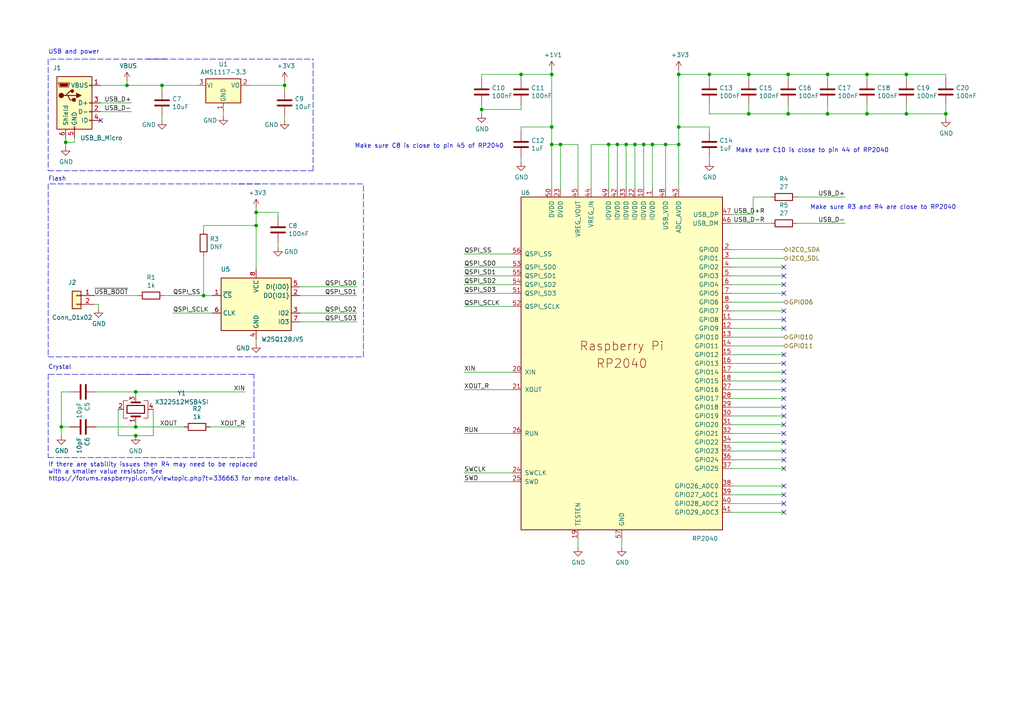
<source format=kicad_sch>
(kicad_sch (version 20211123) (generator eeschema)
  (paper "A4")
  (title_block (title "Collins FMS 3000") (date "2022-11-02") (comment 1 "neile@live.com") (comment 2 "Neil Enns"))
  (lib_symbols
    (symbol "Connector:USB_B_Micro" (pin_names (offset 1.016))
      (property "Reference" "J" (at -5.08 11.43 0))
      (property "Value" "USB_B_Micro" (at -5.08 8.89 0))
      (symbol "USB_B_Micro_0_1"
        (rectangle (start -5.08 -7.62) (end 5.08 7.62) (stroke (width 0.254)) (fill (type background)))
        (circle (center -3.81 2.159) (radius 0.635) (stroke (width 0.254)) (fill (type outline)))
        (circle (center -0.635 3.429) (radius 0.381) (stroke (width 0.254)) (fill (type outline)))
        (rectangle (start -0.127 -7.62) (end 0.127 -6.858))
        (polyline (pts (xy -1.905 2.159) (xy 0.635 2.159)) (stroke (width 0.254)))
        (polyline (pts (xy -3.175 2.159) (xy -2.54 2.159) (xy -1.27 3.429) (xy -0.635 3.429)) (stroke (width 0.254)))
        (polyline (pts (xy -2.54 2.159) (xy -1.905 2.159) (xy -1.27 0.889) (xy 0 0.889)) (stroke (width 0.254)))
        (polyline (pts (xy 0.635 2.794) (xy 0.635 1.524) (xy 1.905 2.159) (xy 0.635 2.794)) (stroke (width 0.254)) (fill (type outline)))
        (polyline (pts (xy -4.318 5.588) (xy -1.778 5.588) (xy -2.032 4.826) (xy -4.064 4.826) (xy -4.318 5.588)) (fill (type outline)))
        (polyline (pts (xy -4.699 5.842) (xy -4.699 5.588) (xy -4.445 4.826) (xy -4.445 4.572) (xy -1.651 4.572) (xy -1.651 4.826) (xy -1.397 5.588) (xy -1.397 5.842) (xy -4.699 5.842)))
        (rectangle (start 0.254 1.27) (end -0.508 0.508) (stroke (width 0.254)) (fill (type outline)))
        (rectangle (start 5.08 -5.207) (end 4.318 -4.953))
        (rectangle (start 5.08 -2.667) (end 4.318 -2.413))
        (rectangle (start 5.08 -0.127) (end 4.318 0.127))
        (rectangle (start 5.08 4.953) (end 4.318 5.207))
      )
      (symbol "USB_B_Micro_1_1"
        (pin power_out line (at 7.62 5.08 180) (length 2.54) (name "VBUS") (number "1"))
        (pin bidirectional line (at 7.62 -2.54 180) (length 2.54) (name "D-") (number "2"))
        (pin bidirectional line (at 7.62 0 180) (length 2.54) (name "D+") (number "3"))
        (pin passive line (at 7.62 -5.08 180) (length 2.54) (name "ID") (number "4"))
        (pin power_out line (at 0 -10.16 90) (length 2.54) (name "GND") (number "5"))
        (pin passive line (at -2.54 -10.16 90) (length 2.54) (name "Shield") (number "6"))
      )
    )
    (symbol "Connector_Generic:Conn_01x02" (pin_names (offset 1.016) hide)
      (property "Reference" "J" (at 0 2.54 0))
      (property "Value" "Conn_01x02" (at 0 -5.08 0))
      (symbol "Conn_01x02_1_1"
        (rectangle (start -1.27 -2.413) (end 0 -2.667) (stroke (width 0.1524)))
        (rectangle (start -1.27 0.127) (end 0 -0.127) (stroke (width 0.1524)))
        (rectangle (start -1.27 1.27) (end 1.27 -3.81) (stroke (width 0.254)) (fill (type background)))
        (pin passive line (at -5.08 0 0) (length 3.81) (name "Pin_1") (number "1"))
        (pin passive line (at -5.08 -2.54 0) (length 3.81) (name "Pin_2") (number "2"))
      )
    )
    (symbol "Device:C" (pin_numbers hide) (pin_names (offset 0.254))
      (property "Reference" "C" (at 0.635 2.54 0))
      (property "Value" "C" (at 0.635 -2.54 0))
      (symbol "C_0_1"
        (polyline (pts (xy -2.032 -0.762) (xy 2.032 -0.762)) (stroke (width 0.508)))
        (polyline (pts (xy -2.032 0.762) (xy 2.032 0.762)) (stroke (width 0.508)))
      )
      (symbol "C_1_1"
        (pin passive line (at 0 3.81 270) (length 2.794) (name "~") (number "1"))
        (pin passive line (at 0 -3.81 90) (length 2.794) (name "~") (number "2"))
      )
    )
    (symbol "Device:Crystal_GND24" (pin_names (offset 1.016) hide)
      (property "Reference" "Y" (at 3.175 5.08 0))
      (property "Value" "Crystal_GND24" (at 3.175 3.175 0))
      (symbol "Crystal_GND24_0_1"
        (rectangle (start -1.143 2.54) (end 1.143 -2.54) (stroke (width 0.3048)))
        (polyline (pts (xy -2.54 0) (xy -2.032 0)))
        (polyline (pts (xy -2.032 -1.27) (xy -2.032 1.27)) (stroke (width 0.508)))
        (polyline (pts (xy 0 -3.81) (xy 0 -3.556)))
        (polyline (pts (xy 0 3.556) (xy 0 3.81)))
        (polyline (pts (xy 2.032 -1.27) (xy 2.032 1.27)) (stroke (width 0.508)))
        (polyline (pts (xy 2.032 0) (xy 2.54 0)))
        (polyline (pts (xy -2.54 -2.286) (xy -2.54 -3.556) (xy 2.54 -3.556) (xy 2.54 -2.286)))
        (polyline (pts (xy -2.54 2.286) (xy -2.54 3.556) (xy 2.54 3.556) (xy 2.54 2.286)))
      )
      (symbol "Crystal_GND24_1_1"
        (pin passive line (at -3.81 0 0) (length 1.27) (name "1") (number "1"))
        (pin passive line (at 0 5.08 270) (length 1.27) (name "2") (number "2"))
        (pin passive line (at 3.81 0 180) (length 1.27) (name "3") (number "3"))
        (pin passive line (at 0 -5.08 90) (length 1.27) (name "4") (number "4"))
      )
    )
    (symbol "Device:R" (pin_numbers hide) (pin_names (offset 0))
      (property "Reference" "R" (at 2.032 0 90))
      (property "Value" "R" (at 0 0 90))
      (symbol "R_0_1"
        (rectangle (start -1.016 -2.54) (end 1.016 2.54) (stroke (width 0.254)))
      )
      (symbol "R_1_1"
        (pin passive line (at 0 3.81 270) (length 1.27) (name "~") (number "1"))
        (pin passive line (at 0 -3.81 90) (length 1.27) (name "~") (number "2"))
      )
    )
    (symbol "MCU_RaspberryPi_RP2040:RP2040" (pin_names (offset 1.016))
      (property "Reference" "U" (at -29.21 49.53 0))
      (property "Value" "RP2040" (at 24.13 -49.53 0))
      (symbol "RP2040_0_0"
        (text "Raspberry Pi" (at 0 5.08 0) (effects (font (size 2.54 2.54))))
        (text "RP2040" (at 0 0 0) (effects (font (size 2.54 2.54))))
      )
      (symbol "RP2040_0_1"
        (rectangle (start 29.21 48.26) (end -29.21 -48.26) (stroke (width 0.254)) (fill (type background)))
      )
      (symbol "RP2040_1_1"
        (pin power_in line (at 8.89 50.8 270) (length 2.54) (name "IOVDD") (number "1"))
        (pin power_in line (at 6.35 50.8 270) (length 2.54) (name "IOVDD") (number "10"))
        (pin bidirectional line (at 31.75 12.7 180) (length 2.54) (name "GPIO8") (number "11"))
        (pin bidirectional line (at 31.75 10.16 180) (length 2.54) (name "GPIO9") (number "12"))
        (pin bidirectional line (at 31.75 7.62 180) (length 2.54) (name "GPIO10") (number "13"))
        (pin bidirectional line (at 31.75 5.08 180) (length 2.54) (name "GPIO11") (number "14"))
        (pin bidirectional line (at 31.75 2.54 180) (length 2.54) (name "GPIO12") (number "15"))
        (pin bidirectional line (at 31.75 0 180) (length 2.54) (name "GPIO13") (number "16"))
        (pin bidirectional line (at 31.75 -2.54 180) (length 2.54) (name "GPIO14") (number "17"))
        (pin bidirectional line (at 31.75 -5.08 180) (length 2.54) (name "GPIO15") (number "18"))
        (pin passive line (at -12.7 -50.8 90) (length 2.54) (name "TESTEN") (number "19"))
        (pin bidirectional line (at 31.75 33.02 180) (length 2.54) (name "GPIO0") (number "2"))
        (pin input line (at -31.75 -2.54 0) (length 2.54) (name "XIN") (number "20"))
        (pin passive line (at -31.75 -7.62 0) (length 2.54) (name "XOUT") (number "21"))
        (pin power_in line (at 3.81 50.8 270) (length 2.54) (name "IOVDD") (number "22"))
        (pin power_in line (at -17.78 50.8 270) (length 2.54) (name "DVDD") (number "23"))
        (pin output line (at -31.75 -31.75 0) (length 2.54) (name "SWCLK") (number "24"))
        (pin bidirectional line (at -31.75 -34.29 0) (length 2.54) (name "SWD") (number "25"))
        (pin input line (at -31.75 -20.32 0) (length 2.54) (name "RUN") (number "26"))
        (pin bidirectional line (at 31.75 -7.62 180) (length 2.54) (name "GPIO16") (number "27"))
        (pin bidirectional line (at 31.75 -10.16 180) (length 2.54) (name "GPIO17") (number "28"))
        (pin bidirectional line (at 31.75 -12.7 180) (length 2.54) (name "GPIO18") (number "29"))
        (pin bidirectional line (at 31.75 30.48 180) (length 2.54) (name "GPIO1") (number "3"))
        (pin bidirectional line (at 31.75 -15.24 180) (length 2.54) (name "GPIO19") (number "30"))
        (pin bidirectional line (at 31.75 -17.78 180) (length 2.54) (name "GPIO20") (number "31"))
        (pin bidirectional line (at 31.75 -20.32 180) (length 2.54) (name "GPIO21") (number "32"))
        (pin power_in line (at 1.27 50.8 270) (length 2.54) (name "IOVDD") (number "33"))
        (pin bidirectional line (at 31.75 -22.86 180) (length 2.54) (name "GPIO22") (number "34"))
        (pin bidirectional line (at 31.75 -25.4 180) (length 2.54) (name "GPIO23") (number "35"))
        (pin bidirectional line (at 31.75 -27.94 180) (length 2.54) (name "GPIO24") (number "36"))
        (pin bidirectional line (at 31.75 -30.48 180) (length 2.54) (name "GPIO25") (number "37"))
        (pin bidirectional line (at 31.75 -35.56 180) (length 2.54) (name "GPIO26_ADC0") (number "38"))
        (pin bidirectional line (at 31.75 -38.1 180) (length 2.54) (name "GPIO27_ADC1") (number "39"))
        (pin bidirectional line (at 31.75 27.94 180) (length 2.54) (name "GPIO2") (number "4"))
        (pin bidirectional line (at 31.75 -40.64 180) (length 2.54) (name "GPIO28_ADC2") (number "40"))
        (pin bidirectional line (at 31.75 -43.18 180) (length 2.54) (name "GPIO29_ADC3") (number "41"))
        (pin power_in line (at -1.27 50.8 270) (length 2.54) (name "IOVDD") (number "42"))
        (pin power_in line (at 16.51 50.8 270) (length 2.54) (name "ADC_AVDD") (number "43"))
        (pin power_in line (at -8.89 50.8 270) (length 2.54) (name "VREG_IN") (number "44"))
        (pin power_out line (at -12.7 50.8 270) (length 2.54) (name "VREG_VOUT") (number "45"))
        (pin bidirectional line (at 31.75 40.64 180) (length 2.54) (name "USB_DM") (number "46"))
        (pin bidirectional line (at 31.75 43.18 180) (length 2.54) (name "USB_DP") (number "47"))
        (pin power_in line (at 12.7 50.8 270) (length 2.54) (name "USB_VDD") (number "48"))
        (pin power_in line (at -3.81 50.8 270) (length 2.54) (name "IOVDD") (number "49"))
        (pin bidirectional line (at 31.75 25.4 180) (length 2.54) (name "GPIO3") (number "5"))
        (pin power_in line (at -20.32 50.8 270) (length 2.54) (name "DVDD") (number "50"))
        (pin bidirectional line (at -31.75 20.32 0) (length 2.54) (name "QSPI_SD3") (number "51"))
        (pin output line (at -31.75 16.51 0) (length 2.54) (name "QSPI_SCLK") (number "52"))
        (pin bidirectional line (at -31.75 27.94 0) (length 2.54) (name "QSPI_SD0") (number "53"))
        (pin bidirectional line (at -31.75 22.86 0) (length 2.54) (name "QSPI_SD2") (number "54"))
        (pin bidirectional line (at -31.75 25.4 0) (length 2.54) (name "QSPI_SD1") (number "55"))
        (pin bidirectional line (at -31.75 31.75 0) (length 2.54) (name "QSPI_SS") (number "56"))
        (pin power_in line (at 0 -50.8 90) (length 2.54) (name "GND") (number "57"))
        (pin bidirectional line (at 31.75 22.86 180) (length 2.54) (name "GPIO4") (number "6"))
        (pin bidirectional line (at 31.75 20.32 180) (length 2.54) (name "GPIO5") (number "7"))
        (pin bidirectional line (at 31.75 17.78 180) (length 2.54) (name "GPIO6") (number "8"))
        (pin bidirectional line (at 31.75 15.24 180) (length 2.54) (name "GPIO7") (number "9"))
      )
    )
    (symbol "Memory_Flash:W25Q128JVS"
      (property "Reference" "U" (at -8.89 8.89 0))
      (property "Value" "W25Q128JVS" (at 7.62 8.89 0))
      (symbol "W25Q128JVS_0_1"
        (rectangle (start -10.16 7.62) (end 10.16 -7.62) (stroke (width 0.254)) (fill (type background)))
      )
      (symbol "W25Q128JVS_1_1"
        (pin input line (at -12.7 2.54 0) (length 2.54) (name "~{CS}") (number "1"))
        (pin bidirectional line (at 12.7 2.54 180) (length 2.54) (name "DO(IO1)") (number "2"))
        (pin bidirectional line (at 12.7 -2.54 180) (length 2.54) (name "IO2") (number "3"))
        (pin power_in line (at 0 -10.16 90) (length 2.54) (name "GND") (number "4"))
        (pin bidirectional line (at 12.7 5.08 180) (length 2.54) (name "DI(IO0)") (number "5"))
        (pin input line (at -12.7 -2.54 0) (length 2.54) (name "CLK") (number "6"))
        (pin bidirectional line (at 12.7 -5.08 180) (length 2.54) (name "IO3") (number "7"))
        (pin power_in line (at 0 10.16 270) (length 2.54) (name "VCC") (number "8"))
      )
    )
    (symbol "Regulator_Linear:NCP1117-3.3_SOT223" (pin_names (offset 0.254))
      (property "Reference" "U" (at -3.81 3.175 0))
      (property "Value" "NCP1117-3.3_SOT223" (at 0 3.175 0))
      (symbol "NCP1117-3.3_SOT223_0_1"
        (rectangle (start -5.08 -5.08) (end 5.08 1.905) (stroke (width 0.254)) (fill (type background)))
      )
      (symbol "NCP1117-3.3_SOT223_1_1"
        (pin power_in line (at 0 -7.62 90) (length 2.54) (name "GND") (number "1"))
        (pin power_out line (at 7.62 0 180) (length 2.54) (name "VO") (number "2"))
        (pin power_in line (at -7.62 0 0) (length 2.54) (name "VI") (number "3"))
      )
    )
    (symbol "power:+1V1" (power) (pin_names (offset 0))
      (property "Value" "+1V1" (at 0 3.556 0))
      (symbol "+1V1_0_1"
        (polyline (pts (xy -0.762 1.27) (xy 0 2.54)))
        (polyline (pts (xy 0 0) (xy 0 2.54)))
        (polyline (pts (xy 0 2.54) (xy 0.762 1.27)))
      )
      (symbol "+1V1_1_1"
        (pin power_in line (at 0 0 90) (length 0) hide (name "+1V1") (number "1"))
      )
    )
    (symbol "power:+3V3" (power) (pin_names (offset 0))
      (property "Value" "+3V3" (at 0 3.556 0))
      (symbol "+3V3_0_1"
        (polyline (pts (xy -0.762 1.27) (xy 0 2.54)))
        (polyline (pts (xy 0 0) (xy 0 2.54)))
        (polyline (pts (xy 0 2.54) (xy 0.762 1.27)))
      )
      (symbol "+3V3_1_1"
        (pin power_in line (at 0 0 90) (length 0) hide (name "+3V3") (number "1"))
      )
    )
    (symbol "power:GND" (power) (pin_names (offset 0))
      (property "Value" "GND" (at 0 -3.81 0))
      (symbol "GND_0_1"
        (polyline (pts (xy 0 0) (xy 0 -1.27) (xy 1.27 -1.27) (xy 0 -2.54) (xy -1.27 -1.27) (xy 0 -1.27)))
      )
      (symbol "GND_1_1"
        (pin power_in line (at 0 0 270) (length 0) hide (name "GND") (number "1"))
      )
    )
    (symbol "power:VBUS" (power) (pin_names (offset 0))
      (property "Value" "VBUS" (at 0 3.81 0))
      (symbol "VBUS_0_1"
        (polyline (pts (xy -0.762 1.27) (xy 0 2.54)))
        (polyline (pts (xy 0 0) (xy 0 2.54)))
        (polyline (pts (xy 0 2.54) (xy 0.762 1.27)))
      )
      (symbol "VBUS_1_1"
        (pin power_in line (at 0 0 90) (length 0) hide (name "VBUS") (number "1"))
      )
    )
  )
  (junction (at 179.07 41.91))
  (junction (at 228.6 33.02))
  (junction (at 186.69 41.91))
  (junction (at 196.85 41.91))
  (junction (at 17.78 123.825))
  (junction (at 39.37 126.365))
  (junction (at 74.295 65.405))
  (junction (at 205.74 21.59))
  (junction (at 196.85 21.59))
  (junction (at 19.05 41.275))
  (junction (at 82.55 24.765))
  (junction (at 217.17 21.59))
  (junction (at 139.7 31.75))
  (junction (at 151.13 21.59))
  (junction (at 36.83 24.765))
  (junction (at 39.37 113.665))
  (junction (at 39.37 123.825))
  (junction (at 160.02 41.91))
  (junction (at 184.15 41.91))
  (junction (at 162.56 41.91))
  (junction (at 193.04 41.91))
  (junction (at 262.89 33.02))
  (junction (at 59.055 85.725))
  (junction (at 189.23 41.91))
  (junction (at 160.02 36.83))
  (junction (at 176.53 41.91))
  (junction (at 240.03 33.02))
  (junction (at 160.02 21.59))
  (junction (at 217.17 33.02))
  (junction (at 240.03 21.59))
  (junction (at 228.6 21.59))
  (junction (at 181.61 41.91))
  (junction (at 46.99 24.765))
  (junction (at 74.295 61.595))
  (junction (at 274.32 33.02))
  (junction (at 262.89 21.59))
  (junction (at 251.46 21.59))
  (junction (at 196.85 36.83))
  (junction (at 251.46 33.02))
  (no_connect (at 227.33 107.95))
  (no_connect (at 227.33 90.17))
  (no_connect (at 227.33 95.25))
  (no_connect (at 227.33 135.89))
  (no_connect (at 227.33 128.27))
  (no_connect (at 227.33 118.11))
  (no_connect (at 227.33 77.47))
  (no_connect (at 227.33 140.97))
  (no_connect (at 227.33 113.03))
  (no_connect (at 227.33 130.81))
  (no_connect (at 227.33 143.51))
  (no_connect (at 227.33 110.49))
  (no_connect (at 227.33 120.65))
  (no_connect (at 227.33 115.57))
  (no_connect (at 29.21 34.925))
  (no_connect (at 227.33 133.35))
  (no_connect (at 227.33 148.59))
  (no_connect (at 227.33 123.19))
  (no_connect (at 227.33 105.41))
  (no_connect (at 227.33 80.01))
  (no_connect (at 227.33 92.71))
  (no_connect (at 227.33 82.55))
  (no_connect (at 227.33 85.09))
  (no_connect (at 227.33 102.87))
  (no_connect (at 227.33 125.73))
  (no_connect (at 227.33 146.05))
  (wire (pts (xy 231.14 57.15) (xy 245.11 57.15)))
  (wire (pts (xy 134.62 82.55) (xy 148.59 82.55)))
  (wire (pts (xy 74.295 65.405) (xy 74.295 78.105)))
  (wire (pts (xy 262.89 22.86) (xy 262.89 21.59)))
  (wire (pts (xy 251.46 30.48) (xy 251.46 33.02)))
  (wire (pts (xy 179.07 54.61) (xy 179.07 41.91)))
  (wire (pts (xy 46.99 26.035) (xy 46.99 24.765)))
  (wire (pts (xy 148.59 139.7) (xy 134.62 139.7)))
  (wire (pts (xy 212.09 62.23) (xy 218.44 62.23)))
  (wire (pts (xy 205.74 22.86) (xy 205.74 21.59)))
  (wire (pts (xy 162.56 54.61) (xy 162.56 41.91)))
  (polyline (pts (xy 13.97 49.53) (xy 90.805 49.53)))
  (wire (pts (xy 39.37 123.825) (xy 53.34 123.825)))
  (wire (pts (xy 82.55 24.765) (xy 82.55 23.495)))
  (polyline (pts (xy 13.97 53.34) (xy 13.97 103.505)))
  (wire (pts (xy 44.45 126.365) (xy 39.37 126.365)))
  (wire (pts (xy 212.09 120.65) (xy 227.33 120.65)))
  (wire (pts (xy 148.59 73.66) (xy 134.62 73.66)))
  (wire (pts (xy 72.39 24.765) (xy 82.55 24.765)))
  (wire (pts (xy 74.295 61.595) (xy 74.295 65.405)))
  (wire (pts (xy 218.44 57.15) (xy 218.44 62.23)))
  (polyline (pts (xy 48.26 17.145) (xy 13.97 17.145)))
  (wire (pts (xy 196.85 20.32) (xy 196.85 21.59)))
  (wire (pts (xy 251.46 33.02) (xy 240.03 33.02)))
  (wire (pts (xy 86.995 83.185) (xy 103.505 83.185)))
  (wire (pts (xy 27.94 123.825) (xy 39.37 123.825)))
  (wire (pts (xy 160.02 21.59) (xy 160.02 36.83)))
  (wire (pts (xy 27.94 113.665) (xy 39.37 113.665)))
  (wire (pts (xy 46.99 33.655) (xy 46.99 34.925)))
  (wire (pts (xy 17.78 123.825) (xy 17.78 126.365)))
  (wire (pts (xy 205.74 21.59) (xy 217.17 21.59)))
  (wire (pts (xy 139.7 22.86) (xy 139.7 21.59)))
  (wire (pts (xy 167.64 156.21) (xy 167.64 158.75)))
  (wire (pts (xy 134.62 107.95) (xy 148.59 107.95)))
  (wire (pts (xy 59.055 85.725) (xy 61.595 85.725)))
  (wire (pts (xy 148.59 137.16) (xy 134.62 137.16)))
  (wire (pts (xy 240.03 22.86) (xy 240.03 21.59)))
  (wire (pts (xy 151.13 45.72) (xy 151.13 46.99)))
  (wire (pts (xy 160.02 36.83) (xy 160.02 41.91)))
  (polyline (pts (xy 73.66 132.715) (xy 73.66 108.585)))
  (polyline (pts (xy 42.545 17.145) (xy 90.805 17.145)))
  (wire (pts (xy 262.89 30.48) (xy 262.89 33.02)))
  (wire (pts (xy 212.09 130.81) (xy 227.33 130.81)))
  (wire (pts (xy 240.03 21.59) (xy 251.46 21.59)))
  (wire (pts (xy 74.295 98.425) (xy 74.295 99.695)))
  (wire (pts (xy 212.09 102.87) (xy 227.33 102.87)))
  (polyline (pts (xy 75.565 53.34) (xy 13.97 53.34)))
  (wire (pts (xy 218.44 57.15) (xy 223.52 57.15)))
  (wire (pts (xy 47.625 85.725) (xy 59.055 85.725)))
  (wire (pts (xy 60.96 123.825) (xy 71.12 123.825)))
  (wire (pts (xy 21.59 41.275) (xy 19.05 41.275)))
  (wire (pts (xy 212.09 74.93) (xy 227.33 74.93)))
  (wire (pts (xy 212.09 97.79) (xy 227.33 97.79)))
  (wire (pts (xy 196.85 21.59) (xy 196.85 36.83)))
  (wire (pts (xy 181.61 41.91) (xy 184.15 41.91)))
  (wire (pts (xy 167.64 54.61) (xy 167.64 41.91)))
  (wire (pts (xy 19.05 40.005) (xy 19.05 41.275)))
  (wire (pts (xy 181.61 54.61) (xy 181.61 41.91)))
  (wire (pts (xy 139.7 31.75) (xy 139.7 33.02)))
  (wire (pts (xy 186.69 41.91) (xy 189.23 41.91)))
  (polyline (pts (xy 90.805 49.53) (xy 90.805 17.145)))
  (wire (pts (xy 82.55 33.655) (xy 82.55 34.925)))
  (wire (pts (xy 167.64 41.91) (xy 162.56 41.91)))
  (wire (pts (xy 189.23 41.91) (xy 189.23 54.61)))
  (wire (pts (xy 212.09 123.19) (xy 227.33 123.19)))
  (wire (pts (xy 212.09 146.05) (xy 227.33 146.05)))
  (wire (pts (xy 205.74 38.1) (xy 205.74 36.83)))
  (wire (pts (xy 212.09 85.09) (xy 227.33 85.09)))
  (wire (pts (xy 212.09 135.89) (xy 227.33 135.89)))
  (wire (pts (xy 151.13 31.75) (xy 151.13 30.48)))
  (wire (pts (xy 40.005 85.725) (xy 27.305 85.725)))
  (wire (pts (xy 240.03 33.02) (xy 228.6 33.02)))
  (wire (pts (xy 217.17 30.48) (xy 217.17 33.02)))
  (wire (pts (xy 189.23 41.91) (xy 193.04 41.91)))
  (wire (pts (xy 59.055 65.405) (xy 74.295 65.405)))
  (wire (pts (xy 29.21 24.765) (xy 36.83 24.765)))
  (wire (pts (xy 148.59 125.73) (xy 134.62 125.73)))
  (polyline (pts (xy 13.97 17.145) (xy 13.97 49.53)))
  (wire (pts (xy 262.89 33.02) (xy 274.32 33.02)))
  (wire (pts (xy 274.32 33.02) (xy 274.32 34.29)))
  (wire (pts (xy 20.32 113.665) (xy 17.78 113.665)))
  (wire (pts (xy 74.295 60.325) (xy 74.295 61.595)))
  (wire (pts (xy 44.45 118.745) (xy 44.45 126.365)))
  (wire (pts (xy 80.645 70.485) (xy 80.645 71.755)))
  (wire (pts (xy 212.09 72.39) (xy 227.33 72.39)))
  (wire (pts (xy 160.02 41.91) (xy 160.02 54.61)))
  (wire (pts (xy 196.85 21.59) (xy 205.74 21.59)))
  (wire (pts (xy 134.62 85.09) (xy 148.59 85.09)))
  (wire (pts (xy 212.09 107.95) (xy 227.33 107.95)))
  (wire (pts (xy 57.15 24.765) (xy 46.99 24.765)))
  (wire (pts (xy 179.07 41.91) (xy 181.61 41.91)))
  (wire (pts (xy 212.09 148.59) (xy 227.33 148.59)))
  (wire (pts (xy 139.7 31.75) (xy 151.13 31.75)))
  (wire (pts (xy 212.09 115.57) (xy 227.33 115.57)))
  (wire (pts (xy 212.09 77.47) (xy 227.33 77.47)))
  (wire (pts (xy 20.32 123.825) (xy 17.78 123.825)))
  (wire (pts (xy 27.305 88.265) (xy 28.575 88.265)))
  (wire (pts (xy 212.09 118.11) (xy 227.33 118.11)))
  (polyline (pts (xy 43.18 108.585) (xy 13.97 108.585)))
  (wire (pts (xy 80.645 62.865) (xy 80.645 61.595)))
  (wire (pts (xy 36.83 24.765) (xy 46.99 24.765)))
  (wire (pts (xy 217.17 22.86) (xy 217.17 21.59)))
  (wire (pts (xy 162.56 41.91) (xy 160.02 41.91)))
  (wire (pts (xy 151.13 22.86) (xy 151.13 21.59)))
  (wire (pts (xy 39.37 114.935) (xy 39.37 113.665)))
  (wire (pts (xy 212.09 128.27) (xy 227.33 128.27)))
  (wire (pts (xy 139.7 30.48) (xy 139.7 31.75)))
  (polyline (pts (xy 105.41 103.505) (xy 105.41 53.34)))
  (wire (pts (xy 217.17 33.02) (xy 205.74 33.02)))
  (wire (pts (xy 28.575 88.265) (xy 28.575 89.535)))
  (wire (pts (xy 193.04 54.61) (xy 193.04 41.91)))
  (wire (pts (xy 231.14 64.77) (xy 245.11 64.77)))
  (wire (pts (xy 212.09 110.49) (xy 227.33 110.49)))
  (wire (pts (xy 186.69 54.61) (xy 186.69 41.91)))
  (wire (pts (xy 196.85 36.83) (xy 196.85 41.91)))
  (wire (pts (xy 212.09 133.35) (xy 227.33 133.35)))
  (wire (pts (xy 212.09 105.41) (xy 227.33 105.41)))
  (polyline (pts (xy 13.97 108.585) (xy 13.97 132.715)))
  (wire (pts (xy 262.89 21.59) (xy 274.32 21.59)))
  (wire (pts (xy 180.34 156.21) (xy 180.34 158.75)))
  (wire (pts (xy 148.59 113.03) (xy 134.62 113.03)))
  (wire (pts (xy 148.59 88.9) (xy 134.62 88.9)))
  (wire (pts (xy 228.6 22.86) (xy 228.6 21.59)))
  (wire (pts (xy 160.02 20.32) (xy 160.02 21.59)))
  (wire (pts (xy 64.77 32.385) (xy 64.77 33.655)))
  (polyline (pts (xy 13.97 103.505) (xy 105.41 103.505)))
  (wire (pts (xy 39.37 122.555) (xy 39.37 123.825)))
  (polyline (pts (xy 40.005 108.585) (xy 73.66 108.585)))
  (wire (pts (xy 274.32 22.86) (xy 274.32 21.59)))
  (wire (pts (xy 21.59 40.005) (xy 21.59 41.275)))
  (polyline (pts (xy 69.215 53.34) (xy 105.41 53.34)))
  (wire (pts (xy 212.09 113.03) (xy 227.33 113.03)))
  (wire (pts (xy 50.165 90.805) (xy 61.595 90.805)))
  (wire (pts (xy 39.37 113.665) (xy 71.12 113.665)))
  (wire (pts (xy 151.13 38.1) (xy 151.13 36.83)))
  (wire (pts (xy 251.46 22.86) (xy 251.46 21.59)))
  (wire (pts (xy 228.6 30.48) (xy 228.6 33.02)))
  (wire (pts (xy 19.05 41.275) (xy 19.05 42.545)))
  (wire (pts (xy 86.995 85.725) (xy 103.505 85.725)))
  (wire (pts (xy 171.45 54.61) (xy 171.45 41.91)))
  (wire (pts (xy 212.09 64.77) (xy 223.52 64.77)))
  (wire (pts (xy 176.53 54.61) (xy 176.53 41.91)))
  (wire (pts (xy 205.74 45.72) (xy 205.74 46.99)))
  (wire (pts (xy 29.21 32.385) (xy 38.1 32.385)))
  (wire (pts (xy 217.17 21.59) (xy 228.6 21.59)))
  (wire (pts (xy 86.995 93.345) (xy 103.505 93.345)))
  (wire (pts (xy 212.09 92.71) (xy 227.33 92.71)))
  (wire (pts (xy 212.09 82.55) (xy 227.33 82.55)))
  (wire (pts (xy 134.62 77.47) (xy 148.59 77.47)))
  (wire (pts (xy 82.55 26.035) (xy 82.55 24.765)))
  (wire (pts (xy 59.055 66.675) (xy 59.055 65.405)))
  (wire (pts (xy 240.03 30.48) (xy 240.03 33.02)))
  (wire (pts (xy 228.6 33.02) (xy 217.17 33.02)))
  (wire (pts (xy 274.32 30.48) (xy 274.32 33.02)))
  (wire (pts (xy 251.46 21.59) (xy 262.89 21.59)))
  (wire (pts (xy 17.78 113.665) (xy 17.78 123.825)))
  (wire (pts (xy 80.645 61.595) (xy 74.295 61.595)))
  (wire (pts (xy 151.13 21.59) (xy 160.02 21.59)))
  (wire (pts (xy 212.09 80.01) (xy 227.33 80.01)))
  (polyline (pts (xy 13.97 132.715) (xy 73.66 132.715)))
  (wire (pts (xy 212.09 87.63) (xy 227.33 87.63)))
  (wire (pts (xy 151.13 36.83) (xy 160.02 36.83)))
  (wire (pts (xy 34.29 118.745) (xy 34.29 126.365)))
  (wire (pts (xy 212.09 125.73) (xy 227.33 125.73)))
  (wire (pts (xy 36.83 23.495) (xy 36.83 24.765)))
  (wire (pts (xy 134.62 80.01) (xy 148.59 80.01)))
  (wire (pts (xy 212.09 95.25) (xy 227.33 95.25)))
  (wire (pts (xy 228.6 21.59) (xy 240.03 21.59)))
  (wire (pts (xy 34.29 126.365) (xy 39.37 126.365)))
  (wire (pts (xy 184.15 54.61) (xy 184.15 41.91)))
  (wire (pts (xy 196.85 36.83) (xy 205.74 36.83)))
  (wire (pts (xy 193.04 41.91) (xy 196.85 41.91)))
  (wire (pts (xy 184.15 41.91) (xy 186.69 41.91)))
  (wire (pts (xy 212.09 90.17) (xy 227.33 90.17)))
  (wire (pts (xy 212.09 140.97) (xy 227.33 140.97)))
  (wire (pts (xy 59.055 74.295) (xy 59.055 85.725)))
  (wire (pts (xy 212.09 143.51) (xy 227.33 143.51)))
  (wire (pts (xy 205.74 30.48) (xy 205.74 33.02)))
  (wire (pts (xy 212.09 100.33) (xy 227.33 100.33)))
  (wire (pts (xy 139.7 21.59) (xy 151.13 21.59)))
  (wire (pts (xy 262.89 33.02) (xy 251.46 33.02)))
  (wire (pts (xy 29.21 29.845) (xy 38.1 29.845)))
  (wire (pts (xy 86.995 90.805) (xy 103.505 90.805)))
  (wire (pts (xy 171.45 41.91) (xy 176.53 41.91)))
  (wire (pts (xy 196.85 41.91) (xy 196.85 54.61)))
  (wire (pts (xy 176.53 41.91) (xy 179.07 41.91)))
  (text "USB and power" (at 13.97 15.875 0) (effects (font (size 1.27 1.27)) (justify left bottom)))
  (text "Crystal" (at 13.97 107.315 0) (effects (font (size 1.27 1.27)) (justify left bottom)))
  (text "Flash" (at 13.97 52.705 0) (effects (font (size 1.27 1.27)) (justify left bottom)))
  (text "If there are stability issues then R4 may need to be replaced\nwith a smaller value resistor. See \nhttps://forums.raspberrypi.com/viewtopic.php?t=336663 for more details." (at 13.97 139.7 0) (effects (font (size 1.27 1.27)) (justify left bottom)))
  (text "Make sure C8 is close to pin 45 of RP2040" (at 102.87 43.18 0) (effects (font (size 1.27 1.27)) (justify left bottom)))
  (text "Make sure R3 and R4 are close to RP2040" (at 234.95 60.96 0) (effects (font (size 1.27 1.27)) (justify left bottom)))
  (text "Make sure C10 is close to pin 44 of RP2040" (at 213.36 44.45 0) (effects (font (size 1.27 1.27)) (justify left bottom)))
  (label "QSPI_SCLK" (at 50.165 90.805 0))
  (label "USB_D-" (at 38.1 32.385 180))
  (label "XOUT_R" (at 134.62 113.03 0))
  (label "USB_D+" (at 38.1 29.845 180))
  (label "QSPI_SD2" (at 103.505 90.805 180))
  (label "XIN" (at 134.62 107.95 0))
  (label "QSPI_SD2" (at 134.62 82.55 0))
  (label "QSPI_SD1" (at 103.505 85.725 180))
  (label "XOUT" (at 46.355 123.825 0))
  (label "USB_D-" (at 245.11 64.77 180))
  (label "XIN" (at 71.12 113.665 180))
  (label "QSPI_SD0" (at 103.505 83.185 180))
  (label "QSPI_SD3" (at 134.62 85.09 0))
  (label "USB_D-R" (at 212.725 64.77 0))
  (label "QSPI_SCLK" (at 134.62 88.9 0))
  (label "QSPI_SD1" (at 134.62 80.01 0))
  (label "QSPI_SS" (at 134.62 73.66 0))
  (label "QSPI_SD0" (at 134.62 77.47 0))
  (label "RUN" (at 134.62 125.73 0))
  (label "~{USB_BOOT}" (at 27.305 85.725 0))
  (label "QSPI_SD3" (at 103.505 93.345 180))
  (label "XOUT_R" (at 71.12 123.825 180))
  (label "SWD" (at 134.62 139.7 0))
  (label "USB_D+" (at 245.11 57.15 180))
  (label "QSPI_SS" (at 50.165 85.725 0))
  (label "USB_D+R" (at 212.725 62.23 0))
  (label "SWCLK" (at 134.62 137.16 0))
  (hierarchical_label "GPIO10" (shape bidirectional) (at 227.33 97.79 0))
  (hierarchical_label "I2C0_SDL" (shape bidirectional) (at 227.33 74.93 0))
  (hierarchical_label "I2C0_SDA" (shape bidirectional) (at 227.33 72.39 0))
  (hierarchical_label "GPIO06" (shape bidirectional) (at 227.33 87.63 0))
  (hierarchical_label "GPIO11" (shape bidirectional) (at 227.33 100.33 0))
  (symbol (lib_id "Device:C") (at 46.99 29.845 0) (unit 1)
    (property "Reference" "C7" (at 49.911 28.6766 0) (effects (justify left)))
    (property "Value" "10uF" (at 49.911 30.988 0) (effects (justify left)))
    (property "Footprint" "Capacitor_SMD:C_0603_1608Metric" (effects hide))
    (property "JLC" "0603" (effects hide))
    (property "LCSC" "C19702" (effects hide))
  )
  (symbol (lib_id "power:GND") (at 64.77 33.655 0) (unit 1)
    (property "Reference" "#PWR022" (effects hide))
    (property "Value" "GND" (at 60.96 34.925 0))
  )
  (symbol (lib_id "power:GND") (at 17.78 126.365 0) (unit 1)
    (property "Reference" "#PWR06" (effects hide))
    (property "Value" "GND" (at 17.907 130.7592 0))
  )
  (symbol (lib_id "Device:C") (at 274.32 26.67 0) (unit 1)
    (property "Reference" "C20" (at 277.241 25.5016 0) (effects (justify left)))
    (property "Value" "100nF" (at 277.241 27.813 0) (effects (justify left)))
    (property "Footprint" "Collins-FMS-3000:Perfect_0402" (effects hide))
    (property "JLC" "0402" (effects hide))
    (property "LCSC" "C1525" (effects hide))
  )
  (symbol (lib_id "power:GND") (at 82.55 34.925 0) (unit 1)
    (property "Reference" "#PWR027" (effects hide))
    (property "Value" "GND" (at 78.74 36.195 0))
  )
  (symbol (lib_id "power:+3V3") (at 82.55 23.495 0) (unit 1)
    (property "Reference" "#PWR026" (effects hide))
    (property "Value" "+3V3" (at 82.931 19.1008 0))
  )
  (symbol (lib_id "Device:C") (at 217.17 26.67 0) (unit 1)
    (property "Reference" "C15" (at 220.091 25.5016 0) (effects (justify left)))
    (property "Value" "100nF" (at 220.091 27.813 0) (effects (justify left)))
    (property "Footprint" "Collins-FMS-3000:Perfect_0402" (effects hide))
    (property "JLC" "0402" (effects hide))
    (property "LCSC" "C1525" (effects hide))
  )
  (symbol (lib_id "power:GND") (at 274.32 34.29 0) (unit 1)
    (property "Reference" "#PWR035" (effects hide))
    (property "Value" "GND" (at 274.447 38.6842 0))
  )
  (symbol (lib_id "Device:C") (at 151.13 26.67 0) (unit 1)
    (property "Reference" "C11" (at 154.051 25.5016 0) (effects (justify left)))
    (property "Value" "100nF" (at 154.051 27.813 0) (effects (justify left)))
    (property "Footprint" "Collins-FMS-3000:Perfect_0402" (effects hide))
    (property "JLC" "0402" (effects hide))
    (property "LCSC" "C1525" (effects hide))
  )
  (symbol (lib_id "power:GND") (at 46.99 34.925 0) (unit 1)
    (property "Reference" "#PWR021" (effects hide))
    (property "Value" "GND" (at 43.18 36.195 0))
  )
  (symbol (lib_id "Regulator_Linear:NCP1117-3.3_SOT223") (at 64.77 24.765 0) (unit 1)
    (property "Reference" "U1" (at 64.77 18.6182 0))
    (property "Value" "AMS1117-3.3" (at 64.77 20.9296 0))
    (property "Footprint" "Package_TO_SOT_SMD:SOT-223-3_TabPin2" (effects hide))
    (property "Datasheet" "http://www.onsemi.com/pub_link/Collateral/NCP1117-D.PDF" (effects hide))
    (property "JLC" "SOT-223" (effects hide))
    (property "LCSC" "C6186" (effects hide))
  )
  (symbol (lib_id "power:GND") (at 151.13 46.99 0) (unit 1)
    (property "Reference" "#PWR029" (effects hide))
    (property "Value" "GND" (at 151.257 51.3842 0))
  )
  (symbol (lib_id "power:+3V3") (at 74.295 60.325 0) (unit 1)
    (property "Reference" "#PWR023" (effects hide))
    (property "Value" "+3V3" (at 74.676 55.9308 0))
  )
  (symbol (lib_id "power:GND") (at 80.645 71.755 0) (unit 1)
    (property "Reference" "#PWR025" (effects hide))
    (property "Value" "GND" (at 84.455 73.025 0))
  )
  (symbol (lib_id "MCU_RaspberryPi_RP2040:RP2040") (at 180.34 105.41 0) (unit 1)
    (property "Reference" "U6" (at 152.4 55.88 0))
    (property "Value" "RP2040" (at 204.47 156.21 0))
    (property "Footprint" "RP2040_minimal:RP2040-QFN-56" (effects hide))
    (property "JLC" "LQFN-56_EP_7.0x7.0x0.4P" (effects hide))
    (property "LCSC" "C2040" (effects hide))
  )
  (symbol (lib_id "power:GND") (at 180.34 158.75 0) (unit 1)
    (property "Reference" "#PWR032" (effects hide))
    (property "Value" "GND" (at 180.467 163.1442 0))
  )
  (symbol (lib_id "Device:C") (at 139.7 26.67 0) (unit 1)
    (property "Reference" "C10" (at 142.621 25.5016 0) (effects (justify left)))
    (property "Value" "100nF" (at 142.621 27.813 0) (effects (justify left)))
    (property "Footprint" "Collins-FMS-3000:Perfect_0402" (effects hide))
    (property "JLC" "0402" (effects hide))
    (property "LCSC" "C1525" (effects hide))
  )
  (symbol (lib_id "Device:C") (at 80.645 66.675 0) (unit 1)
    (property "Reference" "C8" (at 83.566 65.5066 0) (effects (justify left)))
    (property "Value" "100nF" (at 83.566 67.818 0) (effects (justify left)))
    (property "Footprint" "Collins-FMS-3000:Perfect_0402" (effects hide))
    (property "JLC" "0402" (effects hide))
    (property "LCSC" "C1525" (effects hide))
  )
  (symbol (lib_id "power:GND") (at 28.575 89.535 0) (unit 1)
    (property "Reference" "#PWR017" (effects hide))
    (property "Value" "GND" (at 28.702 93.9292 0))
  )
  (symbol (lib_id "Device:R") (at 227.33 64.77 270) (unit 1)
    (property "Reference" "R5" (at 227.33 59.5122 90))
    (property "Value" "27" (at 227.33 61.8236 90))
    (property "Footprint" "Resistor_SMD:R_0603_1608Metric" (effects hide))
    (property "JLC" "0603" (effects hide))
    (property "LCSC" "C25190" (effects hide))
  )
  (symbol (lib_id "Device:R") (at 43.815 85.725 270) (unit 1)
    (property "Reference" "R1" (at 43.815 80.4672 90))
    (property "Value" "1k" (at 43.815 82.7786 90))
    (property "Footprint" "Collins-FMS-3000:Perfect_0402" (effects hide))
    (property "JLC" "0402" (effects hide))
    (property "LCSC" "C11702" (effects hide))
  )
  (symbol (lib_id "power:GND") (at 167.64 158.75 0) (unit 1)
    (property "Reference" "#PWR031" (effects hide))
    (property "Value" "GND" (at 167.767 163.1442 0))
  )
  (symbol (lib_id "Device:R") (at 227.33 57.15 270) (unit 1)
    (property "Reference" "R4" (at 227.33 51.8922 90))
    (property "Value" "27" (at 227.33 54.2036 90))
    (property "Footprint" "Resistor_SMD:R_0603_1608Metric" (effects hide))
    (property "JLC" "0603" (effects hide))
    (property "LCSC" "C25190" (effects hide))
  )
  (symbol (lib_id "power:+1V1") (at 160.02 20.32 0) (unit 1)
    (property "Reference" "#PWR030" (effects hide))
    (property "Value" "+1V1" (at 160.401 15.9258 0))
  )
  (symbol (lib_id "power:VBUS") (at 36.83 23.495 0) (unit 1)
    (property "Reference" "#PWR019" (effects hide))
    (property "Value" "VBUS" (at 37.211 19.1008 0))
  )
  (symbol (lib_id "power:GND") (at 74.295 99.695 0) (unit 1)
    (property "Reference" "#PWR024" (effects hide))
    (property "Value" "GND" (at 70.485 100.965 0))
  )
  (symbol (lib_id "Device:C") (at 251.46 26.67 0) (unit 1)
    (property "Reference" "C18" (at 254.381 25.5016 0) (effects (justify left)))
    (property "Value" "100nF" (at 254.381 27.813 0) (effects (justify left)))
    (property "Footprint" "Collins-FMS-3000:Perfect_0402" (effects hide))
    (property "JLC" "0402" (effects hide))
    (property "LCSC" "C1525" (effects hide))
  )
  (symbol (lib_id "power:GND") (at 19.05 42.545 0) (unit 1)
    (property "Reference" "#PWR012" (effects hide))
    (property "Value" "GND" (at 19.177 46.9392 0))
  )
  (symbol (lib_id "Device:C") (at 24.13 123.825 270) (unit 1)
    (property "Reference" "C6" (at 25.2984 126.746 0) (effects (justify left)))
    (property "Value" "10pF" (at 22.987 126.746 0) (effects (justify left)))
    (property "Footprint" "Collins-FMS-3000:Perfect_0402" (effects hide))
    (property "JLC" "0402" (effects hide))
    (property "LCSC" "C32949" (effects hide))
  )
  (symbol (lib_id "power:GND") (at 39.37 126.365 0) (unit 1)
    (property "Reference" "#PWR020" (effects hide))
    (property "Value" "GND" (at 39.37 130.81 0))
  )
  (symbol (lib_id "Device:C") (at 205.74 41.91 0) (unit 1)
    (property "Reference" "C14" (at 208.661 40.7416 0) (effects (justify left)))
    (property "Value" "1uF" (at 208.661 43.053 0) (effects (justify left)))
    (property "Footprint" "Collins-FMS-3000:Perfect_0402" (effects hide))
    (property "JLC" "0402" (effects hide))
    (property "LCSC" "C52923" (effects hide))
  )
  (symbol (lib_id "power:GND") (at 139.7 33.02 0) (unit 1)
    (property "Reference" "#PWR028" (effects hide))
    (property "Value" "GND" (at 139.827 37.4142 0))
  )
  (symbol (lib_id "Device:R") (at 59.055 70.485 0) (unit 1)
    (property "Reference" "R3" (at 60.833 69.3166 0) (effects (justify left)))
    (property "Value" "DNF" (at 60.833 71.628 0) (effects (justify left)))
    (property "Footprint" "Resistor_SMD:R_1206_3216Metric_Pad1.30x1.75mm_HandSolder" (effects hide))
  )
  (symbol (lib_id "Device:C") (at 228.6 26.67 0) (unit 1)
    (property "Reference" "C16" (at 231.521 25.5016 0) (effects (justify left)))
    (property "Value" "100nF" (at 231.521 27.813 0) (effects (justify left)))
    (property "Footprint" "Collins-FMS-3000:Perfect_0402" (effects hide))
    (property "JLC" "0402" (effects hide))
    (property "LCSC" "C1525" (effects hide))
  )
  (symbol (lib_id "Device:Crystal_GND24") (at 39.37 118.745 90) (unit 1)
    (property "Reference" "Y1" (at 52.705 114.046 90))
    (property "Value" "X322512MSB4SI" (at 52.705 116.586 90))
    (property "Footprint" "Crystal:Crystal_SMD_3225-4Pin_3.2x2.5mm" (effects hide))
    (property "JLC" "SMD-3225_4P" (effects hide))
    (property "LCSC" "C9002" (effects hide))
  )
  (symbol (lib_id "Device:C") (at 240.03 26.67 0) (unit 1)
    (property "Reference" "C17" (at 242.951 25.5016 0) (effects (justify left)))
    (property "Value" "100nF" (at 242.951 27.813 0) (effects (justify left)))
    (property "Footprint" "Collins-FMS-3000:Perfect_0402" (effects hide))
    (property "JLC" "0402" (effects hide))
    (property "LCSC" "C1525" (effects hide))
  )
  (symbol (lib_id "Device:R") (at 57.15 123.825 270) (unit 1)
    (property "Reference" "R2" (at 57.15 118.5672 90))
    (property "Value" "1k" (at 57.15 120.8786 90))
    (property "Footprint" "Collins-FMS-3000:Perfect_0402" (effects hide))
    (property "JLC" "0402" (effects hide))
    (property "LCSC" "C11702" (effects hide))
  )
  (symbol (lib_id "Device:C") (at 82.55 29.845 0) (unit 1)
    (property "Reference" "C9" (at 85.471 28.6766 0) (effects (justify left)))
    (property "Value" "10uF" (at 85.471 30.988 0) (effects (justify left)))
    (property "Footprint" "Capacitor_SMD:C_0603_1608Metric" (effects hide))
    (property "JLC" "0603" (effects hide))
    (property "LCSC" "C19702" (effects hide))
  )
  (symbol (lib_id "power:+3V3") (at 196.85 20.32 0) (unit 1)
    (property "Reference" "#PWR033" (effects hide))
    (property "Value" "+3V3" (at 197.231 15.9258 0))
  )
  (symbol (lib_id "Memory_Flash:W25Q128JVS") (at 74.295 88.265 0) (unit 1)
    (property "Reference" "U5" (at 65.405 78.105 0))
    (property "Value" "W25Q128JVS" (at 81.915 98.425 0))
    (property "Footprint" "Package_SO:SOIC-8_5.23x5.23mm_P1.27mm" (effects hide))
    (property "Datasheet" "http://www.winbond.com/resource-files/w25q128jv_dtr%20revc%2003272018%20plus.pdf" (effects hide))
    (property "JLC" "SOIC-8_5.3x5.3x1.27P" (effects hide))
    (property "LCSC" "C97521" (effects hide))
  )
  (symbol (lib_id "Connector:USB_B_Micro") (at 21.59 29.845 0) (unit 1)
    (property "Reference" "J1" (at 17.78 19.685 0) (effects (justify right)))
    (property "Value" "USB_B_Micro" (at 35.56 40.005 0) (effects (justify right)))
    (property "Footprint" "Collins-FMS-3000:USB_B_Mini_Amphenol_UE25BE5510H" (effects hide))
  )
  (symbol (lib_id "Device:C") (at 24.13 113.665 270) (unit 1)
    (property "Reference" "C5" (at 25.2984 116.586 0) (effects (justify left)))
    (property "Value" "10pF" (at 22.987 116.586 0) (effects (justify left)))
    (property "Footprint" "Collins-FMS-3000:Perfect_0402" (effects hide))
    (property "JLC" "0402" (effects hide))
    (property "LCSC" "C32949" (effects hide))
  )
  (symbol (lib_id "Device:C") (at 205.74 26.67 0) (unit 1)
    (property "Reference" "C13" (at 208.661 25.5016 0) (effects (justify left)))
    (property "Value" "100nF" (at 208.661 27.813 0) (effects (justify left)))
    (property "Footprint" "Collins-FMS-3000:Perfect_0402" (effects hide))
    (property "JLC" "0402" (effects hide))
    (property "LCSC" "C1525" (effects hide))
  )
  (symbol (lib_id "Device:C") (at 151.13 41.91 0) (unit 1)
    (property "Reference" "C12" (at 154.051 40.7416 0) (effects (justify left)))
    (property "Value" "1uF" (at 154.051 43.053 0) (effects (justify left)))
    (property "Footprint" "Collins-FMS-3000:Perfect_0402" (effects hide))
    (property "JLC" "0402" (effects hide))
    (property "LCSC" "C52923" (effects hide))
  )
  (symbol (lib_id "Connector_Generic:Conn_01x02") (at 22.225 85.725 0) (mirror y) (unit 1)
    (property "Reference" "J2" (at 20.955 81.915 0))
    (property "Value" "Conn_01x02" (at 20.955 92.075 0))
    (property "Footprint" "Connector_PinHeader_2.54mm:PinHeader_1x02_P2.54mm_Vertical" (effects hide))
  )
  (symbol (lib_id "Device:C") (at 262.89 26.67 0) (unit 1)
    (property "Reference" "C19" (at 265.811 25.5016 0) (effects (justify left)))
    (property "Value" "100nF" (at 265.811 27.813 0) (effects (justify left)))
    (property "Footprint" "Collins-FMS-3000:Perfect_0402" (effects hide))
    (property "JLC" "0402" (effects hide))
    (property "LCSC" "C1525" (effects hide))
  )
  (symbol (lib_id "power:GND") (at 205.74 46.99 0) (unit 1)
    (property "Reference" "#PWR034" (effects hide))
    (property "Value" "GND" (at 205.867 51.3842 0))
  )
)
</source>
